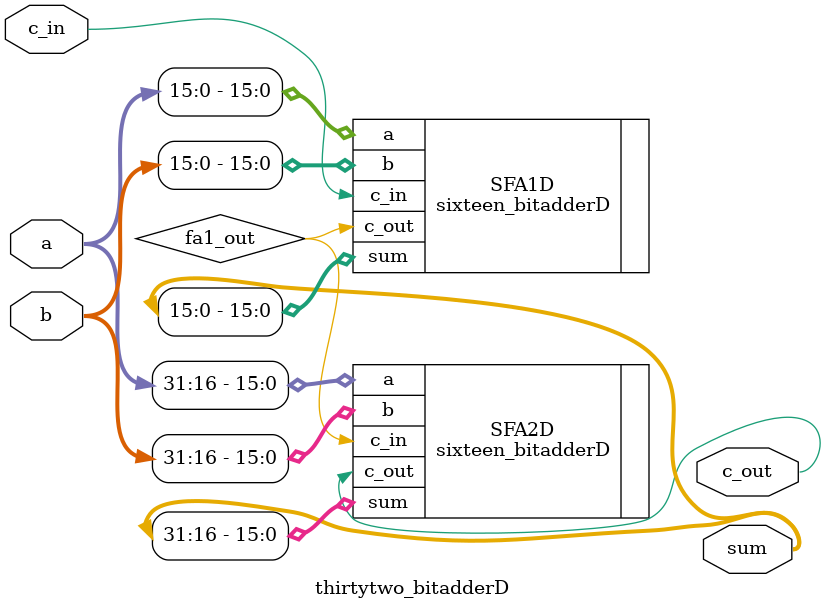
<source format=v>
`timescale 1ns / 1ps


module thirtytwo_bitadderD(a, b, c_in, c_out, sum);
    input [31:0] a;
    input [31:0] b;
    input c_in;
    output c_out;
    output [31:0] sum;
    wire fa1_out;
    
    sixteen_bitadderD SFA1D(.c_out(fa1_out), .sum(sum[15:0]), .a(a[15:0]), .b(b[15:0]), .c_in(c_in));
    sixteen_bitadderD SFA2D(.c_out(c_out), .sum(sum[31:16]), .a(a[31:16]), .b(b[31:16]), .c_in(fa1_out));
    
endmodule

</source>
